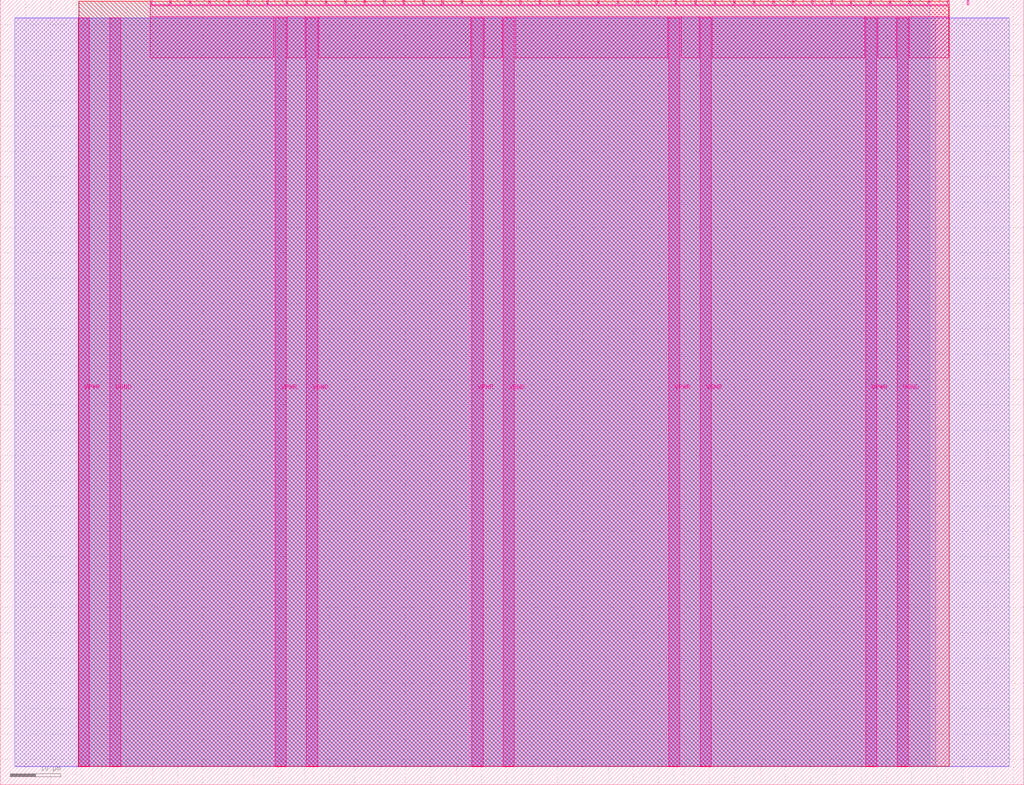
<source format=lef>
VERSION 5.7 ;
  NOWIREEXTENSIONATPIN ON ;
  DIVIDERCHAR "/" ;
  BUSBITCHARS "[]" ;
MACRO tt_um_gxrii_spi_sevenseg
  CLASS BLOCK ;
  FOREIGN tt_um_gxrii_spi_sevenseg ;
  ORIGIN 0.000 0.000 ;
  SIZE 202.080 BY 154.980 ;
  PIN VGND
    DIRECTION INOUT ;
    USE GROUND ;
    PORT
      LAYER Metal5 ;
        RECT 21.580 3.560 23.780 151.420 ;
    END
    PORT
      LAYER Metal5 ;
        RECT 60.450 3.560 62.650 151.420 ;
    END
    PORT
      LAYER Metal5 ;
        RECT 99.320 3.560 101.520 151.420 ;
    END
    PORT
      LAYER Metal5 ;
        RECT 138.190 3.560 140.390 151.420 ;
    END
    PORT
      LAYER Metal5 ;
        RECT 177.060 3.560 179.260 151.420 ;
    END
  END VGND
  PIN VPWR
    DIRECTION INOUT ;
    USE POWER ;
    PORT
      LAYER Metal5 ;
        RECT 15.380 3.560 17.580 151.420 ;
    END
    PORT
      LAYER Metal5 ;
        RECT 54.250 3.560 56.450 151.420 ;
    END
    PORT
      LAYER Metal5 ;
        RECT 93.120 3.560 95.320 151.420 ;
    END
    PORT
      LAYER Metal5 ;
        RECT 131.990 3.560 134.190 151.420 ;
    END
    PORT
      LAYER Metal5 ;
        RECT 170.860 3.560 173.060 151.420 ;
    END
  END VPWR
  PIN clk
    DIRECTION INPUT ;
    USE SIGNAL ;
    ANTENNAGATEAREA 0.213200 ;
    PORT
      LAYER Metal5 ;
        RECT 187.050 153.980 187.350 154.980 ;
    END
  END clk
  PIN ena
    DIRECTION INPUT ;
    USE SIGNAL ;
    PORT
      LAYER Metal5 ;
        RECT 190.890 153.980 191.190 154.980 ;
    END
  END ena
  PIN rst_n
    DIRECTION INPUT ;
    USE SIGNAL ;
    ANTENNAGATEAREA 0.213200 ;
    PORT
      LAYER Metal5 ;
        RECT 183.210 153.980 183.510 154.980 ;
    END
  END rst_n
  PIN ui_in[0]
    DIRECTION INPUT ;
    USE SIGNAL ;
    ANTENNAGATEAREA 0.213200 ;
    PORT
      LAYER Metal5 ;
        RECT 179.370 153.980 179.670 154.980 ;
    END
  END ui_in[0]
  PIN ui_in[1]
    DIRECTION INPUT ;
    USE SIGNAL ;
    ANTENNAGATEAREA 0.180700 ;
    PORT
      LAYER Metal5 ;
        RECT 175.530 153.980 175.830 154.980 ;
    END
  END ui_in[1]
  PIN ui_in[2]
    DIRECTION INPUT ;
    USE SIGNAL ;
    PORT
      LAYER Metal5 ;
        RECT 171.690 153.980 171.990 154.980 ;
    END
  END ui_in[2]
  PIN ui_in[3]
    DIRECTION INPUT ;
    USE SIGNAL ;
    PORT
      LAYER Metal5 ;
        RECT 167.850 153.980 168.150 154.980 ;
    END
  END ui_in[3]
  PIN ui_in[4]
    DIRECTION INPUT ;
    USE SIGNAL ;
    PORT
      LAYER Metal5 ;
        RECT 164.010 153.980 164.310 154.980 ;
    END
  END ui_in[4]
  PIN ui_in[5]
    DIRECTION INPUT ;
    USE SIGNAL ;
    PORT
      LAYER Metal5 ;
        RECT 160.170 153.980 160.470 154.980 ;
    END
  END ui_in[5]
  PIN ui_in[6]
    DIRECTION INPUT ;
    USE SIGNAL ;
    PORT
      LAYER Metal5 ;
        RECT 156.330 153.980 156.630 154.980 ;
    END
  END ui_in[6]
  PIN ui_in[7]
    DIRECTION INPUT ;
    USE SIGNAL ;
    PORT
      LAYER Metal5 ;
        RECT 152.490 153.980 152.790 154.980 ;
    END
  END ui_in[7]
  PIN uio_in[0]
    DIRECTION INPUT ;
    USE SIGNAL ;
    PORT
      LAYER Metal5 ;
        RECT 148.650 153.980 148.950 154.980 ;
    END
  END uio_in[0]
  PIN uio_in[1]
    DIRECTION INPUT ;
    USE SIGNAL ;
    PORT
      LAYER Metal5 ;
        RECT 144.810 153.980 145.110 154.980 ;
    END
  END uio_in[1]
  PIN uio_in[2]
    DIRECTION INPUT ;
    USE SIGNAL ;
    PORT
      LAYER Metal5 ;
        RECT 140.970 153.980 141.270 154.980 ;
    END
  END uio_in[2]
  PIN uio_in[3]
    DIRECTION INPUT ;
    USE SIGNAL ;
    PORT
      LAYER Metal5 ;
        RECT 137.130 153.980 137.430 154.980 ;
    END
  END uio_in[3]
  PIN uio_in[4]
    DIRECTION INPUT ;
    USE SIGNAL ;
    PORT
      LAYER Metal5 ;
        RECT 133.290 153.980 133.590 154.980 ;
    END
  END uio_in[4]
  PIN uio_in[5]
    DIRECTION INPUT ;
    USE SIGNAL ;
    PORT
      LAYER Metal5 ;
        RECT 129.450 153.980 129.750 154.980 ;
    END
  END uio_in[5]
  PIN uio_in[6]
    DIRECTION INPUT ;
    USE SIGNAL ;
    PORT
      LAYER Metal5 ;
        RECT 125.610 153.980 125.910 154.980 ;
    END
  END uio_in[6]
  PIN uio_in[7]
    DIRECTION INPUT ;
    USE SIGNAL ;
    PORT
      LAYER Metal5 ;
        RECT 121.770 153.980 122.070 154.980 ;
    END
  END uio_in[7]
  PIN uio_oe[0]
    DIRECTION OUTPUT ;
    USE SIGNAL ;
    ANTENNADIFFAREA 0.299200 ;
    PORT
      LAYER Metal5 ;
        RECT 56.490 153.980 56.790 154.980 ;
    END
  END uio_oe[0]
  PIN uio_oe[1]
    DIRECTION OUTPUT ;
    USE SIGNAL ;
    ANTENNADIFFAREA 0.299200 ;
    PORT
      LAYER Metal5 ;
        RECT 52.650 153.980 52.950 154.980 ;
    END
  END uio_oe[1]
  PIN uio_oe[2]
    DIRECTION OUTPUT ;
    USE SIGNAL ;
    ANTENNADIFFAREA 0.299200 ;
    PORT
      LAYER Metal5 ;
        RECT 48.810 153.980 49.110 154.980 ;
    END
  END uio_oe[2]
  PIN uio_oe[3]
    DIRECTION OUTPUT ;
    USE SIGNAL ;
    ANTENNADIFFAREA 0.299200 ;
    PORT
      LAYER Metal5 ;
        RECT 44.970 153.980 45.270 154.980 ;
    END
  END uio_oe[3]
  PIN uio_oe[4]
    DIRECTION OUTPUT ;
    USE SIGNAL ;
    ANTENNADIFFAREA 0.299200 ;
    PORT
      LAYER Metal5 ;
        RECT 41.130 153.980 41.430 154.980 ;
    END
  END uio_oe[4]
  PIN uio_oe[5]
    DIRECTION OUTPUT ;
    USE SIGNAL ;
    ANTENNADIFFAREA 0.299200 ;
    PORT
      LAYER Metal5 ;
        RECT 37.290 153.980 37.590 154.980 ;
    END
  END uio_oe[5]
  PIN uio_oe[6]
    DIRECTION OUTPUT ;
    USE SIGNAL ;
    ANTENNADIFFAREA 0.299200 ;
    PORT
      LAYER Metal5 ;
        RECT 33.450 153.980 33.750 154.980 ;
    END
  END uio_oe[6]
  PIN uio_oe[7]
    DIRECTION OUTPUT ;
    USE SIGNAL ;
    ANTENNADIFFAREA 0.299200 ;
    PORT
      LAYER Metal5 ;
        RECT 29.610 153.980 29.910 154.980 ;
    END
  END uio_oe[7]
  PIN uio_out[0]
    DIRECTION OUTPUT ;
    USE SIGNAL ;
    ANTENNADIFFAREA 0.299200 ;
    PORT
      LAYER Metal5 ;
        RECT 87.210 153.980 87.510 154.980 ;
    END
  END uio_out[0]
  PIN uio_out[1]
    DIRECTION OUTPUT ;
    USE SIGNAL ;
    ANTENNADIFFAREA 0.299200 ;
    PORT
      LAYER Metal5 ;
        RECT 83.370 153.980 83.670 154.980 ;
    END
  END uio_out[1]
  PIN uio_out[2]
    DIRECTION OUTPUT ;
    USE SIGNAL ;
    ANTENNADIFFAREA 0.299200 ;
    PORT
      LAYER Metal5 ;
        RECT 79.530 153.980 79.830 154.980 ;
    END
  END uio_out[2]
  PIN uio_out[3]
    DIRECTION OUTPUT ;
    USE SIGNAL ;
    ANTENNADIFFAREA 0.299200 ;
    PORT
      LAYER Metal5 ;
        RECT 75.690 153.980 75.990 154.980 ;
    END
  END uio_out[3]
  PIN uio_out[4]
    DIRECTION OUTPUT ;
    USE SIGNAL ;
    ANTENNADIFFAREA 0.299200 ;
    PORT
      LAYER Metal5 ;
        RECT 71.850 153.980 72.150 154.980 ;
    END
  END uio_out[4]
  PIN uio_out[5]
    DIRECTION OUTPUT ;
    USE SIGNAL ;
    ANTENNADIFFAREA 0.299200 ;
    PORT
      LAYER Metal5 ;
        RECT 68.010 153.980 68.310 154.980 ;
    END
  END uio_out[5]
  PIN uio_out[6]
    DIRECTION OUTPUT ;
    USE SIGNAL ;
    ANTENNADIFFAREA 0.299200 ;
    PORT
      LAYER Metal5 ;
        RECT 64.170 153.980 64.470 154.980 ;
    END
  END uio_out[6]
  PIN uio_out[7]
    DIRECTION OUTPUT ;
    USE SIGNAL ;
    ANTENNADIFFAREA 0.299200 ;
    PORT
      LAYER Metal5 ;
        RECT 60.330 153.980 60.630 154.980 ;
    END
  END uio_out[7]
  PIN uo_out[0]
    DIRECTION OUTPUT ;
    USE SIGNAL ;
    ANTENNAGATEAREA 0.109200 ;
    ANTENNADIFFAREA 0.632400 ;
    PORT
      LAYER Metal5 ;
        RECT 117.930 153.980 118.230 154.980 ;
    END
  END uo_out[0]
  PIN uo_out[1]
    DIRECTION OUTPUT ;
    USE SIGNAL ;
    ANTENNAGATEAREA 0.109200 ;
    ANTENNADIFFAREA 0.632400 ;
    PORT
      LAYER Metal5 ;
        RECT 114.090 153.980 114.390 154.980 ;
    END
  END uo_out[1]
  PIN uo_out[2]
    DIRECTION OUTPUT ;
    USE SIGNAL ;
    ANTENNAGATEAREA 0.109200 ;
    ANTENNADIFFAREA 0.632400 ;
    PORT
      LAYER Metal5 ;
        RECT 110.250 153.980 110.550 154.980 ;
    END
  END uo_out[2]
  PIN uo_out[3]
    DIRECTION OUTPUT ;
    USE SIGNAL ;
    ANTENNAGATEAREA 0.109200 ;
    ANTENNADIFFAREA 0.632400 ;
    PORT
      LAYER Metal5 ;
        RECT 106.410 153.980 106.710 154.980 ;
    END
  END uo_out[3]
  PIN uo_out[4]
    DIRECTION OUTPUT ;
    USE SIGNAL ;
    ANTENNAGATEAREA 0.109200 ;
    ANTENNADIFFAREA 0.632400 ;
    PORT
      LAYER Metal5 ;
        RECT 102.570 153.980 102.870 154.980 ;
    END
  END uo_out[4]
  PIN uo_out[5]
    DIRECTION OUTPUT ;
    USE SIGNAL ;
    ANTENNAGATEAREA 0.109200 ;
    ANTENNADIFFAREA 0.632400 ;
    PORT
      LAYER Metal5 ;
        RECT 98.730 153.980 99.030 154.980 ;
    END
  END uo_out[5]
  PIN uo_out[6]
    DIRECTION OUTPUT ;
    USE SIGNAL ;
    ANTENNAGATEAREA 0.109200 ;
    ANTENNADIFFAREA 0.632400 ;
    PORT
      LAYER Metal5 ;
        RECT 94.890 153.980 95.190 154.980 ;
    END
  END uo_out[6]
  PIN uo_out[7]
    DIRECTION OUTPUT ;
    USE SIGNAL ;
    ANTENNAGATEAREA 0.241800 ;
    ANTENNADIFFAREA 0.632400 ;
    PORT
      LAYER Metal5 ;
        RECT 91.050 153.980 91.350 154.980 ;
    END
  END uo_out[7]
  OBS
      LAYER GatPoly ;
        RECT 2.880 3.630 199.200 151.350 ;
      LAYER Metal1 ;
        RECT 2.880 3.560 199.200 151.420 ;
      LAYER Metal2 ;
        RECT 15.515 3.680 184.705 151.300 ;
      LAYER Metal3 ;
        RECT 15.560 3.635 183.460 154.705 ;
      LAYER Metal4 ;
        RECT 15.515 3.680 187.345 154.660 ;
      LAYER Metal5 ;
        RECT 30.120 153.770 33.240 153.980 ;
        RECT 33.960 153.770 37.080 153.980 ;
        RECT 37.800 153.770 40.920 153.980 ;
        RECT 41.640 153.770 44.760 153.980 ;
        RECT 45.480 153.770 48.600 153.980 ;
        RECT 49.320 153.770 52.440 153.980 ;
        RECT 53.160 153.770 56.280 153.980 ;
        RECT 57.000 153.770 60.120 153.980 ;
        RECT 60.840 153.770 63.960 153.980 ;
        RECT 64.680 153.770 67.800 153.980 ;
        RECT 68.520 153.770 71.640 153.980 ;
        RECT 72.360 153.770 75.480 153.980 ;
        RECT 76.200 153.770 79.320 153.980 ;
        RECT 80.040 153.770 83.160 153.980 ;
        RECT 83.880 153.770 87.000 153.980 ;
        RECT 87.720 153.770 90.840 153.980 ;
        RECT 91.560 153.770 94.680 153.980 ;
        RECT 95.400 153.770 98.520 153.980 ;
        RECT 99.240 153.770 102.360 153.980 ;
        RECT 103.080 153.770 106.200 153.980 ;
        RECT 106.920 153.770 110.040 153.980 ;
        RECT 110.760 153.770 113.880 153.980 ;
        RECT 114.600 153.770 117.720 153.980 ;
        RECT 118.440 153.770 121.560 153.980 ;
        RECT 122.280 153.770 125.400 153.980 ;
        RECT 126.120 153.770 129.240 153.980 ;
        RECT 129.960 153.770 133.080 153.980 ;
        RECT 133.800 153.770 136.920 153.980 ;
        RECT 137.640 153.770 140.760 153.980 ;
        RECT 141.480 153.770 144.600 153.980 ;
        RECT 145.320 153.770 148.440 153.980 ;
        RECT 149.160 153.770 152.280 153.980 ;
        RECT 153.000 153.770 156.120 153.980 ;
        RECT 156.840 153.770 159.960 153.980 ;
        RECT 160.680 153.770 163.800 153.980 ;
        RECT 164.520 153.770 167.640 153.980 ;
        RECT 168.360 153.770 171.480 153.980 ;
        RECT 172.200 153.770 175.320 153.980 ;
        RECT 176.040 153.770 179.160 153.980 ;
        RECT 179.880 153.770 183.000 153.980 ;
        RECT 183.720 153.770 186.840 153.980 ;
        RECT 29.660 151.630 187.300 153.770 ;
        RECT 29.660 143.495 54.040 151.630 ;
        RECT 56.660 143.495 60.240 151.630 ;
        RECT 62.860 143.495 92.910 151.630 ;
        RECT 95.530 143.495 99.110 151.630 ;
        RECT 101.730 143.495 131.780 151.630 ;
        RECT 134.400 143.495 137.980 151.630 ;
        RECT 140.600 143.495 170.650 151.630 ;
        RECT 173.270 143.495 176.850 151.630 ;
        RECT 179.470 143.495 187.300 151.630 ;
  END
END tt_um_gxrii_spi_sevenseg
END LIBRARY


</source>
